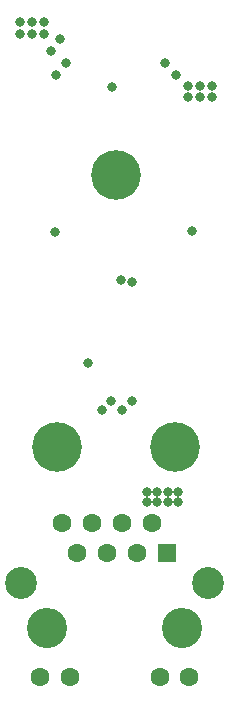
<source format=gbs>
G04*
G04 #@! TF.GenerationSoftware,Altium Limited,Altium Designer,19.1.8 (144)*
G04*
G04 Layer_Color=16711935*
%FSLAX25Y25*%
%MOIN*%
G70*
G01*
G75*
%ADD27C,0.16548*%
%ADD28C,0.13398*%
%ADD29C,0.10642*%
%ADD30C,0.06312*%
%ADD31R,0.06312X0.06312*%
%ADD32C,0.03162*%
D27*
X59055Y86614D02*
D03*
X19685D02*
D03*
X39370Y177165D02*
D03*
D28*
X16499Y26181D02*
D03*
X61499D02*
D03*
D29*
X7897Y41339D02*
D03*
X70102D02*
D03*
D30*
X14196Y10000D02*
D03*
X63802D02*
D03*
X23999D02*
D03*
X53999D02*
D03*
X51499Y61181D02*
D03*
X46499Y51181D02*
D03*
X41499Y61181D02*
D03*
X36499Y51181D02*
D03*
X31499Y61181D02*
D03*
X26499Y51181D02*
D03*
X21499Y61181D02*
D03*
D31*
X56499Y51181D02*
D03*
D32*
X38189Y206693D02*
D03*
X15354Y224410D02*
D03*
X11417D02*
D03*
X7480D02*
D03*
X15354Y228346D02*
D03*
X11417D02*
D03*
X7480D02*
D03*
X71260Y203150D02*
D03*
X67323D02*
D03*
X63386D02*
D03*
X71260Y207087D02*
D03*
X67323D02*
D03*
X63386D02*
D03*
X64862Y158563D02*
D03*
X19193Y158366D02*
D03*
X29921Y114567D02*
D03*
X49606Y68110D02*
D03*
Y71653D02*
D03*
X56693Y68110D02*
D03*
X53150D02*
D03*
Y71653D02*
D03*
X56693D02*
D03*
X60236D02*
D03*
Y68110D02*
D03*
X17717Y218504D02*
D03*
X20866Y222441D02*
D03*
X59449Y210630D02*
D03*
X55905Y214567D02*
D03*
X19291Y210630D02*
D03*
X22835Y214567D02*
D03*
X40945Y142126D02*
D03*
X44882Y141732D02*
D03*
Y101969D02*
D03*
X37795D02*
D03*
X34646Y98819D02*
D03*
X41339D02*
D03*
M02*

</source>
